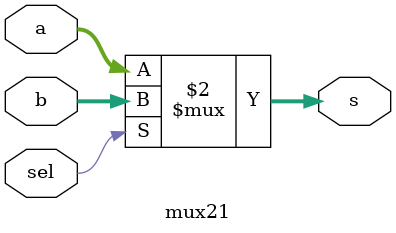
<source format=sv>
/*******************************************************************************
 * module name : mux21
 * version     : 1.0
 * description : the module is a multiplexer with 2 inputs and 1 output.
 *      parameter(s):
 *        WIDTH : width of each inputs in bits
 *      input(s):
 *        - a   : first input
 *        - b   : second input
 *        - sel : select bits
 *      output(s):
 *        - s : multiplexer output
 ******************************************************************************/

module mux21 #(parameter WIDTH = 32)(
    input  logic             sel,
    input  logic [WIDTH-1:0] a,
    input  logic [WIDTH-1:0] b,
    output logic [WIDTH-1:0] s );

    assign s = (sel == 1'b1)? b : a;

endmodule : mux21
</source>
